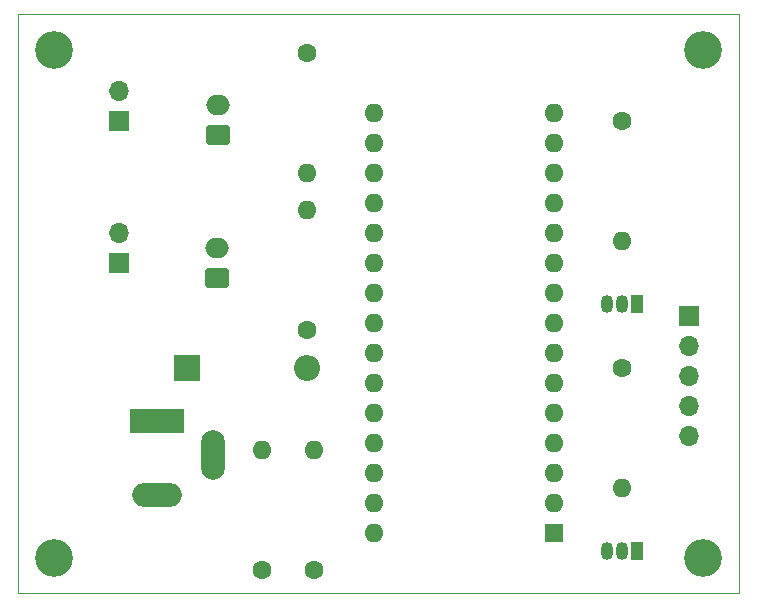
<source format=gbr>
%TF.GenerationSoftware,KiCad,Pcbnew,8.0.5*%
%TF.CreationDate,2025-02-06T11:15:49+08:00*%
%TF.ProjectId,arduino_solar_bikelight_1,61726475-696e-46f5-9f73-6f6c61725f62,rev?*%
%TF.SameCoordinates,Original*%
%TF.FileFunction,Soldermask,Top*%
%TF.FilePolarity,Negative*%
%FSLAX46Y46*%
G04 Gerber Fmt 4.6, Leading zero omitted, Abs format (unit mm)*
G04 Created by KiCad (PCBNEW 8.0.5) date 2025-02-06 11:15:49*
%MOMM*%
%LPD*%
G01*
G04 APERTURE LIST*
G04 Aperture macros list*
%AMRoundRect*
0 Rectangle with rounded corners*
0 $1 Rounding radius*
0 $2 $3 $4 $5 $6 $7 $8 $9 X,Y pos of 4 corners*
0 Add a 4 corners polygon primitive as box body*
4,1,4,$2,$3,$4,$5,$6,$7,$8,$9,$2,$3,0*
0 Add four circle primitives for the rounded corners*
1,1,$1+$1,$2,$3*
1,1,$1+$1,$4,$5*
1,1,$1+$1,$6,$7*
1,1,$1+$1,$8,$9*
0 Add four rect primitives between the rounded corners*
20,1,$1+$1,$2,$3,$4,$5,0*
20,1,$1+$1,$4,$5,$6,$7,0*
20,1,$1+$1,$6,$7,$8,$9,0*
20,1,$1+$1,$8,$9,$2,$3,0*%
G04 Aperture macros list end*
%ADD10R,1.700000X1.700000*%
%ADD11O,1.700000X1.700000*%
%ADD12C,1.600000*%
%ADD13O,1.600000X1.600000*%
%ADD14C,3.200000*%
%ADD15R,1.600000X1.600000*%
%ADD16R,4.600000X2.000000*%
%ADD17O,4.200000X2.000000*%
%ADD18O,2.000000X4.200000*%
%ADD19R,1.050000X1.500000*%
%ADD20O,1.050000X1.500000*%
%ADD21RoundRect,0.250000X0.750000X-0.600000X0.750000X0.600000X-0.750000X0.600000X-0.750000X-0.600000X0*%
%ADD22O,2.000000X1.700000*%
%ADD23R,2.200000X2.200000*%
%ADD24O,2.200000X2.200000*%
%TA.AperFunction,Profile*%
%ADD25C,0.050000*%
%TD*%
G04 APERTURE END LIST*
D10*
%TO.C,J5*%
X135285000Y-79460000D03*
D11*
X135285000Y-76920000D03*
%TD*%
D10*
%TO.C,J6*%
X135285000Y-67395000D03*
D11*
X135285000Y-64855000D03*
%TD*%
D12*
%TO.C,R1*%
X147350000Y-105440000D03*
D13*
X147350000Y-95280000D03*
%TD*%
D12*
%TO.C,R4*%
X151160000Y-61625000D03*
D13*
X151160000Y-71785000D03*
%TD*%
D12*
%TO.C,R2*%
X151795000Y-105440000D03*
D13*
X151795000Y-95280000D03*
%TD*%
D14*
%TO.C,REF\u002A\u002A*%
X129745000Y-104395000D03*
%TD*%
D15*
%TO.C,A1*%
X172115000Y-102315000D03*
D13*
X172115000Y-99775000D03*
X172115000Y-97235000D03*
X172115000Y-94695000D03*
X172115000Y-92155000D03*
X172115000Y-89615000D03*
X172115000Y-87075000D03*
X172115000Y-84535000D03*
X172115000Y-81995000D03*
X172115000Y-79455000D03*
X172115000Y-76915000D03*
X172115000Y-74375000D03*
X172115000Y-71835000D03*
X172115000Y-69295000D03*
X172115000Y-66755000D03*
X156875000Y-66755000D03*
X156875000Y-69295000D03*
X156875000Y-71835000D03*
X156875000Y-74375000D03*
X156875000Y-76915000D03*
X156875000Y-79455000D03*
X156875000Y-81995000D03*
X156875000Y-84535000D03*
X156875000Y-87075000D03*
X156875000Y-89615000D03*
X156875000Y-92155000D03*
X156875000Y-94695000D03*
X156875000Y-97235000D03*
X156875000Y-99775000D03*
X156875000Y-102315000D03*
%TD*%
D14*
%TO.C,REF\u002A\u002A*%
X184745000Y-61395000D03*
%TD*%
D12*
%TO.C,R6*%
X177830000Y-67390000D03*
D13*
X177830000Y-77550000D03*
%TD*%
D16*
%TO.C,J1*%
X138445000Y-92790000D03*
D17*
X138445000Y-99090000D03*
D18*
X143245000Y-95690000D03*
%TD*%
D19*
%TO.C,Q2*%
X179100000Y-82905000D03*
D20*
X177830000Y-82905000D03*
X176560000Y-82905000D03*
%TD*%
D14*
%TO.C,REF\u002A\u002A*%
X184745000Y-104395000D03*
%TD*%
D21*
%TO.C,J3*%
X143650000Y-68570000D03*
D22*
X143650000Y-66070000D03*
%TD*%
D21*
%TO.C,J2*%
X143540000Y-80685000D03*
D22*
X143540000Y-78185000D03*
%TD*%
D12*
%TO.C,R3*%
X151160000Y-85120000D03*
D13*
X151160000Y-74960000D03*
%TD*%
D23*
%TO.C,D1*%
X141000000Y-88295000D03*
D24*
X151160000Y-88295000D03*
%TD*%
D12*
%TO.C,R5*%
X177830000Y-88345000D03*
D13*
X177830000Y-98505000D03*
%TD*%
D19*
%TO.C,Q1*%
X179100000Y-103860000D03*
D20*
X177830000Y-103860000D03*
X176560000Y-103860000D03*
%TD*%
D14*
%TO.C,REF\u002A\u002A*%
X129745000Y-61395000D03*
%TD*%
D10*
%TO.C,J4*%
X183545000Y-83900000D03*
D11*
X183545000Y-86440000D03*
X183545000Y-88980000D03*
X183545000Y-91520000D03*
X183545000Y-94060000D03*
%TD*%
D25*
X126745000Y-58395000D02*
X187745000Y-58395000D01*
X187745000Y-107395000D01*
X126745000Y-107395000D01*
X126745000Y-58395000D01*
M02*

</source>
